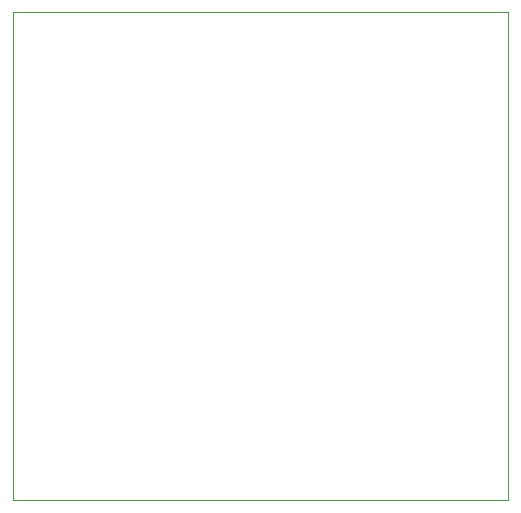
<source format=gbr>
%TF.GenerationSoftware,KiCad,Pcbnew,(7.0.0)*%
%TF.CreationDate,2023-04-14T14:01:47+02:00*%
%TF.ProjectId,funk-transmitter-final,66756e6b-2d74-4726-916e-736d69747465,rev?*%
%TF.SameCoordinates,Original*%
%TF.FileFunction,Profile,NP*%
%FSLAX46Y46*%
G04 Gerber Fmt 4.6, Leading zero omitted, Abs format (unit mm)*
G04 Created by KiCad (PCBNEW (7.0.0)) date 2023-04-14 14:01:47*
%MOMM*%
%LPD*%
G01*
G04 APERTURE LIST*
%TA.AperFunction,Profile*%
%ADD10C,0.100000*%
%TD*%
G04 APERTURE END LIST*
D10*
X126700000Y-80900000D02*
X168600000Y-80900000D01*
X168600000Y-80900000D02*
X168600000Y-122200000D01*
X168600000Y-122200000D02*
X126700000Y-122200000D01*
X126700000Y-122200000D02*
X126700000Y-80900000D01*
M02*

</source>
